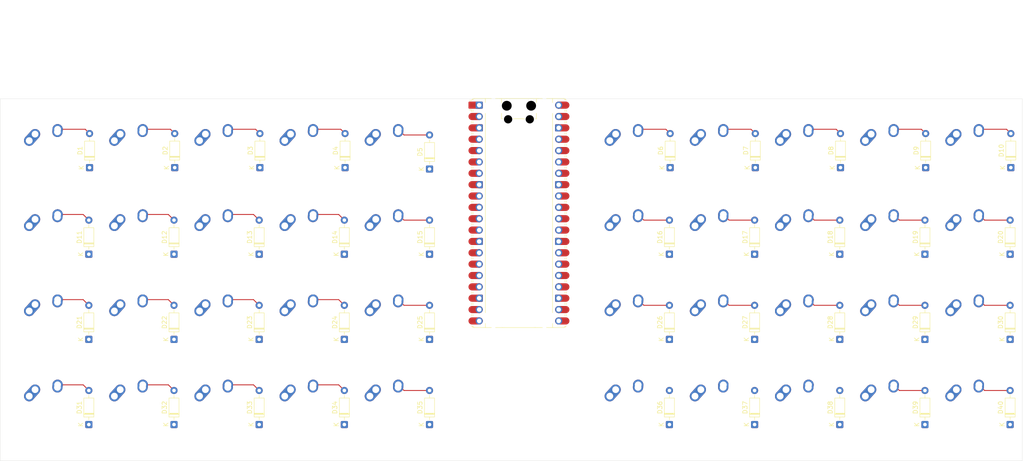
<source format=kicad_pcb>
(kicad_pcb (version 20241229) (generator "pcbnew") (generator_version "9.0")
  (layers (0 "F.Cu" signal) (2 "B.Cu" signal) (13 "F.Paste" user) (15 "B.Paste" user) (5 "F.SilkS" user "F.Silkscreen") (7 "B.SilkS" user "B.Silkscreen") (1 "F.Mask" user) (3 "B.Mask" user) (25 "Edge.Cuts" user))
  (net 0 "")
  (net 3 "/Col 7")
  (net 5 "/Col 8")
  (net 7 "/Row 3")
  (net 9 "Net-(A1-GND-Pad13)")
  (net 12 "/Row 1")
  (net 14 "/Col 1")
  (net 16 "/Col 5")
  (net 21 "/Row 2")
  (net 22 "/Col 2")
  (net 27 "/Col 9")
  (net 28 "/Col 3")
  (net 29 "/Col 0")
  (net 30 "/Col 6")
  (net 31 "/Col 4")
  (net 33 "/Row 0")
  (net 35 "Net-(D1-A)")
  (net 36 "Net-(D2-A)")
  (net 37 "Net-(D3-A)")
  (net 38 "Net-(D4-A)")
  (net 39 "Net-(D5-A)")
  (net 40 "Net-(D6-A)")
  (net 41 "Net-(D7-A)")
  (net 42 "Net-(D8-A)")
  (net 43 "Net-(D9-A)")
  (net 44 "Net-(D10-A)")
  (net 45 "Net-(D11-A)")
  (net 46 "Net-(D12-A)")
  (net 47 "Net-(D13-A)")
  (net 48 "Net-(D14-A)")
  (net 49 "Net-(D15-A)")
  (net 50 "Net-(D16-A)")
  (net 51 "Net-(D17-A)")
  (net 52 "Net-(D18-A)")
  (net 53 "Net-(D19-A)")
  (net 54 "Net-(D20-A)")
  (net 55 "Net-(D21-A)")
  (net 56 "Net-(D22-A)")
  (net 57 "Net-(D23-A)")
  (net 58 "Net-(D24-A)")
  (net 59 "Net-(D25-A)")
  (net 60 "Net-(D26-A)")
  (net 61 "Net-(D27-A)")
  (net 62 "Net-(D28-A)")
  (net 63 "Net-(D29-A)")
  (net 64 "Net-(D30-A)")
  (net 65 "Net-(D31-A)")
  (net 66 "Net-(D32-A)")
  (net 67 "Net-(D33-A)")
  (net 68 "Net-(D34-A)")
  (net 69 "Net-(D35-A)")
  (net 70 "Net-(D36-A)")
  (net 71 "Net-(D37-A)")
  (net 72 "Net-(D38-A)")
  (net 73 "Net-(D39-A)")
  (net 74 "Net-(D40-A)")
  (net 75 "Net-(MX18-Pad1)")
  (net 76 "Net-(MX19-Pad1)")
  (net 77 "Net-(MX10-Pad1)")
  (footprint "PCM_marbastlib-xp-alps:SW_Alps_MX_1u" (layer "F.Cu") (at 223.52 95.25)
    (property "Reference" "MX38" (hide yes))
    (property "Value" "MX_SW_solder" (hide yes))
  )
  (footprint "Diode_THT:D_DO-35_SOD27_P7.62mm_Horizontal" (layer "F.Cu") (at 84.1375 60.96 90)
    (property "Reference" "D12")
    (property "Value" "1N4148")
  )
  (footprint "Diode_THT:D_DO-35_SOD27_P7.62mm_Horizontal" (layer "F.Cu") (at 213.995 60.96 90)
    (property "Reference" "D17")
    (property "Value" "1N4148")
  )
  (footprint "PCM_marbastlib-xp-alps:SW_Alps_MX_1u" (layer "F.Cu") (at 223.52 57.15)
    (property "Reference" "MX18" (hide yes))
    (property "Value" "MX_SW_solder" (hide yes))
  )
  (footprint "Diode_THT:D_DO-35_SOD27_P7.62mm_Horizontal" (layer "F.Cu") (at 141.2875 41.91 90)
    (property "Reference" "D5")
    (property "Value" "1N4148")
  )
  (footprint "Diode_THT:D_DO-35_SOD27_P7.62mm_Horizontal" (layer "F.Cu") (at 271.145 99.06 90)
    (property "Reference" "D40")
    (property "Value" "1N4148")
  )
  (footprint "Diode_THT:D_DO-35_SOD27_P7.62mm_Horizontal" (layer "F.Cu") (at 141.2875 80.01 90)
    (property "Reference" "D25")
    (property "Value" "1N4148")
  )
  (footprint "PCM_marbastlib-xp-alps:SW_Alps_MX_1u" (layer "F.Cu") (at 55.5625 38.1)
    (property "Reference" "MX1" (hide yes))
    (property "Value" "MX_SW_solder" (hide yes))
  )
  (footprint "Diode_THT:D_DO-35_SOD27_P7.62mm_Horizontal" (layer "F.Cu") (at 122.39625 41.5925 90)
    (property "Reference" "D4")
    (property "Value" "1N4148")
  )
  (footprint "PCM_marbastlib-xp-alps:SW_Alps_MX_1u" (layer "F.Cu") (at 185.42 57.15)
    (property "Reference" "MX16" (hide yes))
    (property "Value" "MX_SW_solder" (hide yes))
  )
  (footprint "Diode_THT:D_DO-35_SOD27_P7.62mm_Horizontal" (layer "F.Cu") (at 271.145 80.01 90)
    (property "Reference" "D30")
    (property "Value" "1N4148")
  )
  (footprint "Diode_THT:D_DO-35_SOD27_P7.62mm_Horizontal" (layer "F.Cu") (at 141.2875 99.06 90)
    (property "Reference" "D35")
    (property "Value" "1N4148")
  )
  (footprint "PCM_marbastlib-xp-alps:SW_Alps_MX_1u" (layer "F.Cu") (at 131.7625 57.15)
    (property "Reference" "MX15" (hide yes))
    (property "Value" "MX_SW_solder" (hide yes))
  )
  (footprint "PCM_marbastlib-xp-alps:SW_Alps_MX_1u" (layer "F.Cu") (at 55.5625 76.2)
    (property "Reference" "MX21" (hide yes))
    (property "Value" "MX_SW_solder" (hide yes))
  )
  (footprint "Diode_THT:D_DO-35_SOD27_P7.62mm_Horizontal" (layer "F.Cu") (at 122.2375 99.06 90)
    (property "Reference" "D34")
    (property "Value" "1N4148")
  )
  (footprint "Diode_THT:D_DO-35_SOD27_P7.62mm_Horizontal" (layer "F.Cu") (at 122.2375 80.01 90)
    (property "Reference" "D24")
    (property "Value" "1N4148")
  )
  (footprint "Diode_THT:D_DO-35_SOD27_P7.62mm_Horizontal" (layer "F.Cu") (at 65.24625 41.5925 90)
    (property "Reference" "D1")
    (property "Value" "1N4148")
  )
  (footprint "PCM_marbastlib-xp-alps:SW_Alps_MX_1u" (layer "F.Cu") (at 74.6125 57.15)
    (property "Reference" "MX12" (hide yes))
    (property "Value" "MX_SW_solder" (hide yes))
  )
  (footprint "Diode_THT:D_DO-35_SOD27_P7.62mm_Horizontal" (layer "F.Cu") (at 141.2875 60.96 90)
    (property "Reference" "D15")
    (property "Value" "1N4148")
  )
  (footprint "Diode_THT:D_DO-35_SOD27_P7.62mm_Horizontal" (layer "F.Cu") (at 271.145 60.96 90)
    (property "Reference" "D20")
    (property "Value" "1N4148")
  )
  (footprint "PCM_marbastlib-xp-alps:SW_Alps_MX_1u" (layer "F.Cu") (at 261.62 57.15)
    (property "Reference" "MX20" (hide yes))
    (property "Value" "MX_SW_solder" (hide yes))
  )
  (footprint "PCM_marbastlib-xp-alps:SW_Alps_MX_1u" (layer "F.Cu") (at 204.47 57.15)
    (property "Reference" "MX17" (hide yes))
    (property "Value" "MX_SW_solder" (hide yes))
  )
  (footprint "PCM_marbastlib-xp-alps:SW_Alps_MX_1u" (layer "F.Cu") (at 112.7125 95.25)
    (property "Reference" "MX34" (hide yes))
    (property "Value" "MX_SW_solder" (hide yes))
  )
  (footprint "PCM_marbastlib-xp-alps:SW_Alps_MX_1u" (layer "F.Cu") (at 55.5625 57.15)
    (property "Reference" "MX11" (hide yes))
    (property "Value" "MX_SW_solder" (hide yes))
  )
  (footprint "Diode_THT:D_DO-35_SOD27_P7.62mm_Horizontal" (layer "F.Cu") (at 103.34625 41.5925 90)
    (property "Reference" "D3")
    (property "Value" "1N4148")
  )
  (footprint "Diode_THT:D_DO-35_SOD27_P7.62mm_Horizontal" (layer "F.Cu") (at 214.15375 41.5925 90)
    (property "Reference" "D7")
    (property "Value" "1N4148")
  )
  (footprint "PCM_marbastlib-xp-alps:SW_Alps_MX_1u" (layer "F.Cu") (at 131.7625 95.25)
    (property "Reference" "MX35" (hide yes))
    (property "Value" "MX_SW_solder" (hide yes))
  )
  (footprint "PCM_marbastlib-xp-alps:SW_Alps_MX_1u" (layer "F.Cu") (at 185.42 76.2)
    (property "Reference" "MX26" (hide yes))
    (property "Value" "MX_SW_solder" (hide yes))
  )
  (footprint "PCM_marbastlib-xp-alps:SW_Alps_MX_1u" (layer "F.Cu") (at 185.42 95.25)
    (property "Reference" "MX36" (hide yes))
    (property "Value" "MX_SW_solder" (hide yes))
  )
  (footprint "Diode_THT:D_DO-35_SOD27_P7.62mm_Horizontal" (layer "F.Cu") (at 213.995 80.01 90)
    (property "Reference" "D27")
    (property "Value" "1N4148")
  )
  (footprint "PCM_marbastlib-xp-alps:SW_Alps_MX_1u" (layer "F.Cu") (at 204.47 76.2)
    (property "Reference" "MX27" (hide yes))
    (property "Value" "MX_SW_solder" (hide yes))
  )
  (footprint "PCM_marbastlib-xp-alps:SW_Alps_MX_1u" (layer "F.Cu") (at 242.57 38.1)
    (property "Reference" "MX9" (hide yes))
    (property "Value" "MX_SW_solder" (hide yes))
  )
  (footprint "Diode_THT:D_DO-35_SOD27_P7.62mm_Horizontal" (layer "F.Cu") (at 65.0875 60.96 90)
    (property "Reference" "D11")
    (property "Value" "1N4148")
  )
  (footprint "PCM_marbastlib-xp-alps:SW_Alps_MX_1u" (layer "F.Cu") (at 204.47 38.1)
    (property "Reference" "MX7" (hide yes))
    (property "Value" "MX_SW_solder" (hide yes))
  )
  (footprint "Diode_THT:D_DO-35_SOD27_P7.62mm_Horizontal" (layer "F.Cu") (at 65.0875 99.06 90)
    (property "Reference" "D31")
    (property "Value" "1N4148")
  )
  (footprint "Diode_THT:D_DO-35_SOD27_P7.62mm_Horizontal" (layer "F.Cu") (at 103.1875 99.06 90)
    (property "Reference" "D33")
    (property "Value" "1N4148")
  )
  (footprint "Diode_THT:D_DO-35_SOD27_P7.62mm_Horizontal" (layer "F.Cu") (at 213.995 99.06 90)
    (property "Reference" "D37")
    (property "Value" "1N4148")
  )
  (footprint "PCM_marbastlib-xp-alps:SW_Alps_MX_1u" (layer "F.Cu") (at 204.47 95.25)
    (property "Reference" "MX37" (hide yes))
    (property "Value" "MX_SW_solder" (hide yes))
  )
  (footprint "PCM_marbastlib-xp-alps:SW_Alps_MX_1u" (layer "F.Cu") (at 261.62 38.1)
    (property "Reference" "MX10" (hide yes))
    (property "Value" "MX_SW_solder" (hide yes))
  )
  (footprint "PCM_marbastlib-xp-alps:SW_Alps_MX_1u" (layer "F.Cu") (at 55.5625 95.25)
    (property "Reference" "MX31" (hide yes))
    (property "Value" "MX_SW_solder" (hide yes))
  )
  (footprint "PCM_marbastlib-xp-alps:SW_Alps_MX_1u" (layer "F.Cu") (at 74.6125 76.2)
    (property "Reference" "MX22" (hide yes))
    (property "Value" "MX_SW_solder" (hide yes))
  )
  (footprint "PCM_marbastlib-xp-alps:SW_Alps_MX_1u" (layer "F.Cu") (at 93.6625 38.1)
    (property "Reference" "MX3" (hide yes))
    (property "Value" "MX_SW_solder" (hide yes))
  )
  (footprint "Diode_THT:D_DO-35_SOD27_P7.62mm_Horizontal" (layer "F.Cu") (at 271.30375 41.5925 90)
    (property "Reference" "D10")
    (property "Value" "1N4148")
  )
  (footprint "Diode_THT:D_DO-35_SOD27_P7.62mm_Horizontal" (layer "F.Cu") (at 103.1875 60.96 90)
    (property "Reference" "D13")
    (property "Value" "1N4148")
  )
  (footprint "Diode_THT:D_DO-35_SOD27_P7.62mm_Horizontal" (layer "F.Cu") (at 252.095 60.96 90)
    (property "Reference" "D19")
    (property "Value" "1N4148")
  )
  (footprint "Diode_THT:D_DO-35_SOD27_P7.62mm_Horizontal" (layer "F.Cu") (at 252.25375 41.5925 90)
    (property "Reference" "D9")
    (property "Value" "1N4148")
  )
  (footprint "Diode_THT:D_DO-35_SOD27_P7.62mm_Horizontal" (layer "F.Cu") (at 233.045 60.96 90)
    (property "Reference" "D18")
    (property "Value" "1N4148")
  )
  (footprint "PCM_marbastlib-xp-alps:SW_Alps_MX_1u" (layer "F.Cu") (at 223.52 38.1)
    (property "Reference" "MX8" (hide yes))
    (property "Value" "MX_SW_solder" (hide yes))
  )
  (footprint "Diode_THT:D_DO-35_SOD27_P7.62mm_Horizontal" (layer "F.Cu") (at 252.095 99.06 90)
    (property "Reference" "D39")
    (property "Value" "1N4148")
  )
  (footprint "PCM_marbastlib-xp-alps:SW_Alps_MX_1u" (layer "F.Cu") (at 185.42 38.1)
    (property "Reference" "MX6" (hide yes))
    (property "Value" "MX_SW_solder" (hide yes))
  )
  (footprint "Diode_THT:D_DO-35_SOD27_P7.62mm_Horizontal" (layer "F.Cu") (at 194.945 80.01 90)
    (property "Reference" "D26")
    (property "Value" "1N4148")
  )
  (footprint "PCM_marbastlib-xp-alps:SW_Alps_MX_1u" (layer "F.Cu") (at 74.6125 95.25)
    (property "Reference" "MX32" (hide yes))
    (property "Value" "MX_SW_solder" (hide yes))
  )
  (footprint "Diode_THT:D_DO-35_SOD27_P7.62mm_Horizontal" (layer "F.Cu") (at 233.045 80.01 90)
    (property "Reference" "D28")
    (property "Value" "1N4148")
  )
  (footprint "PCM_marbastlib-xp-alps:SW_Alps_MX_1u" (layer "F.Cu") (at 131.7625 38.1)
    (property "Reference" "MX5" (hide yes))
    (property "Value" "MX_SW_solder" (hide yes))
  )
  (footprint "PCM_marbastlib-xp-alps:SW_Alps_MX_1u" (layer "F.Cu") (at 261.62 95.25)
    (property "Reference" "MX40" (hide yes))
    (property "Value" "MX_SW_solder" (hide yes))
  )
  (footprint "Diode_THT:D_DO-35_SOD27_P7.62mm_Horizontal" (layer "F.Cu") (at 195.10375 41.5925 90)
    (property "Reference" "D6")
    (property "Value" "1N4148")
  )
  (footprint "PCM_marbastlib-xp-alps:SW_Alps_MX_1u" (layer "F.Cu") (at 74.6125 38.1)
    (property "Reference" "MX2" (hide yes))
    (property "Value" "MX_SW_solder" (hide yes))
  )
  (footprint "PCM_marbastlib-xp-alps:SW_Alps_MX_1u" (layer "F.Cu") (at 112.7125 57.15)
    (property "Reference" "MX14" (hide yes))
    (property "Value" "MX_SW_solder" (hide yes))
  )
  (footprint "PCM_marbastlib-xp-alps:SW_Alps_MX_1u" (layer "F.Cu") (at 112.7125 76.2)
    (property "Reference" "MX24" (hide yes))
    (property "Value" "MX_SW_solder" (hide yes))
  )
  (footprint "PCM_marbastlib-xp-alps:SW_Alps_MX_1u" (layer "F.Cu") (at 223.52 76.2)
    (property "Reference" "MX28" (hide yes))
    (property "Value" "MX_SW_solder" (hide yes))
  )
  (footprint "Diode_THT:D_DO-35_SOD27_P7.62mm_Horizontal" (layer "F.Cu") (at 194.945 99.06 90)
    (property "Reference" "D36")
    (property "Value" "1N4148")
  )
  (footprint "Diode_THT:D_DO-35_SOD27_P7.62mm_Horizontal" (layer "F.Cu") (at 84.1375 80.01 90)
    (property "Reference" "D22")
    (property "Value" "1N4148")
  )
  (footprint "PCM_marbastlib-xp-alps:SW_Alps_MX_1u" (layer "F.Cu") (at 261.62 76.2)
    (property "Reference" "MX30" (hide yes))
    (property "Value" "MX_SW_solder" (hide yes))
  )
  (footprint "Diode_THT:D_DO-35_SOD27_P7.62mm_Horizontal" (layer "F.Cu") (at 252.095 80.01 90)
    (property "Reference" "D29")
    (property "Value" "1N4148")
  )
  (footprint "PCM_marbastlib-xp-alps:SW_Alps_MX_1u" (layer "F.Cu") (at 242.57 76.2)
    (property "Reference" "MX29" (hide yes))
    (property "Value" "MX_SW_solder" (hide yes))
  )
  (footprint "Diode_THT:D_DO-35_SOD27_P7.62mm_Horizontal" (layer "F.Cu") (at 65.0875 80.01 90)
    (property "Reference" "D21")
    (property "Value" "1N4148")
  )
  (footprint "Diode_THT:D_DO-35_SOD27_P7.62mm_Horizontal" (layer "F.Cu") (at 233.045 99.06 90)
    (property "Reference" "D38")
    (property "Value" "1N4148")
  )
  (footprint "PCM_marbastlib-xp-alps:SW_Alps_MX_1u" (layer "F.Cu") (at 112.7125 38.1)
    (property "Reference" "MX4" (hide yes))
    (property "Value" "MX_SW_solder" (hide yes))
  )
  (footprint "PCM_marbastlib-xp-alps:SW_Alps_MX_1u" (layer "F.Cu") (at 93.6625 57.15)
    (property "Reference" "MX13" (hide yes))
    (property "Value" "MX_SW_solder" (hide yes))
  )
  (footprint "PCM_marbastlib-xp-alps:SW_Alps_MX_1u" (layer "F.Cu") (at 242.57 95.25)
    (property "Reference" "MX39" (hide yes))
    (property "Value" "MX_SW_solder" (hide yes))
  )
  (footprint "Diode_THT:D_DO-35_SOD27_P7.62mm_Horizontal" (layer "F.Cu") (at 194.945 60.96 90)
    (property "Reference" "D16")
    (property "Value" "1N4148")
  )
  (footprint "Diode_THT:D_DO-35_SOD27_P7.62mm_Horizontal" (layer "F.Cu") (at 122.2375 60.96 90)
    (property "Reference" "D14")
    (property "Value" "1N4148")
  )
  (footprint "PCM_marbastlib-xp-alps:SW_Alps_MX_1u" (layer "F.Cu") (at 131.7625 76.2)
    (property "Reference" "MX25" (hide yes))
    (property "Value" "MX_SW_solder" (hide yes))
  )
  (footprint "PCM_marbastlib-xp-alps:SW_Alps_MX_1u" (layer "F.Cu") (at 93.6625 76.2)
    (property "Reference" "MX23" (hide yes))
    (property "Value" "MX_SW_solder" (hide yes))
  )
  (footprint "PCM_marbastlib-xp-alps:SW_Alps_MX_1u" (layer "F.Cu") (at 93.6625 95.25)
    (property "Reference" "MX33" (hide yes))
    (property "Value" "MX_SW_solder" (hide yes))
  )
  (footprint "PCM_marbastlib-xp-alps:SW_Alps_MX_1u" (layer "F.Cu") (at 242.57 57.15)
    (property "Reference" "MX19" (hide yes))
    (property "Value" "MX_SW_solder" (hide yes))
  )
  (footprint "Diode_THT:D_DO-35_SOD27_P7.62mm_Horizontal" (layer "F.Cu") (at 84.29625 41.5925 90)
    (property "Reference" "D2")
    (property "Value" "1N4148")
  )
  (footprint "Diode_THT:D_DO-35_SOD27_P7.62mm_Horizontal" (layer "F.Cu") (at 103.1875 80.01 90)
    (property "Reference" "D23")
    (property "Value" "1N4148")
  )
  (footprint "Diode_THT:D_DO-35_SOD27_P7.62mm_Horizontal" (layer "F.Cu") (at 233.20375 41.5925 90)
    (property "Reference" "D8")
    (property "Value" "1N4148")
  )
  (footprint "Module:RaspberryPi_Pico_Common_Unspecified" (layer "F.Cu") (at 161.29 51.7525)
    (property "Reference" "A1" (hide yes))
    (property "Value" "RaspberryPi_Pico")
  )
  (footprint "Diode_THT:D_DO-35_SOD27_P7.62mm_Horizontal" (layer "F.Cu") (at 84.1375 99.06 90)
    (property "Reference" "D32")
    (property "Value" "1N4148")
  )
  (gr_line (start 45.24375 26.19375) (end 273.84375 26.19375) (stroke (width 0.05)) (layer "Edge.Cuts"))
  (gr_line (start 273.84375 26.19375) (end 273.84375 28.575) (stroke (width 0.05)) (layer "Edge.Cuts"))
  (gr_line (start 273.84375 107.15625) (end 45.24375 107.15625) (stroke (width 0.05)) (layer "Edge.Cuts"))
  (gr_line (start 45.24375 107.15625) (end 45.24375 26.19375) (stroke (width 0.05)) (layer "Edge.Cuts"))
  (gr_line (start 273.84375 28.575) (end 273.84375 107.15625) (stroke (width 0.05)) (layer "Edge.Cuts"))
  (segment (start 58.1025 33.02) (end 64.29375 33.02) (width 0.2) (layer "F.Cu") (net 35))
  (segment (start 64.29375 33.02) (end 65.24625 33.9725) (width 0.2) (layer "F.Cu") (net 35))
  (segment (start 83.34375 33.02) (end 84.29625 33.9725) (width 0.2) (layer "F.Cu") (net 36))
  (segment (start 77.1525 33.02) (end 83.34375 33.02) (width 0.2) (layer "F.Cu") (net 36))
  (segment (start 96.2025 33.02) (end 102.39375 33.02) (width 0.2) (layer "F.Cu") (net 37))
  (segment (start 102.39375 33.02) (end 103.34625 33.9725) (width 0.2) (layer "F.Cu") (net 37))
  (segment (start 121.44375 33.02) (end 122.39625 33.9725) (width 0.2) (layer "F.Cu") (net 38))
  (segment (start 115.2525 33.02) (end 121.44375 33.02) (width 0.2) (layer "F.Cu") (net 38))
  (segment (start 135.5725 34.29) (end 141.2875 34.29) (width 0.2) (layer "F.Cu") (net 39))
  (segment (start 134.3025 33.02) (end 135.5725 34.29) (width 0.2) (layer "F.Cu") (net 39))
  (segment (start 187.96 33.02) (end 194.15125 33.02) (width 0.2) (layer "F.Cu") (net 40))
  (segment (start 194.15125 33.02) (end 195.10375 33.9725) (width 0.2) (layer "F.Cu") (net 40))
  (segment (start 213.20125 33.02) (end 214.15375 33.9725) (width 0.2) (layer "F.Cu") (net 41))
  (segment (start 207.01 33.02) (end 213.20125 33.02) (width 0.2) (layer "F.Cu") (net 41))
  (segment (start 226.06 33.02) (end 232.25125 33.02) (width 0.2) (layer "F.Cu") (net 42))
  (segment (start 232.25125 33.02) (end 233.20375 33.9725) (width 0.2) (layer "F.Cu") (net 42))
  (segment (start 245.11 33.02) (end 251.30125 33.02) (width 0.2) (layer "F.Cu") (net 43))
  (segment (start 251.30125 33.02) (end 252.25375 33.9725) (width 0.2) (layer "F.Cu") (net 43))
  (segment (start 270.35125 33.02) (end 271.30375 33.9725) (width 0.2) (layer "F.Cu") (net 44))
  (segment (start 264.16 33.02) (end 270.35125 33.02) (width 0.2) (layer "F.Cu") (net 44))
  (segment (start 58.1025 52.07) (end 63.8175 52.07) (width 0.2) (layer "F.Cu") (net 45))
  (segment (start 63.8175 52.07) (end 65.0875 53.34) (width 0.2) (layer "F.Cu") (net 45))
  (segment (start 82.8675 52.07) (end 84.1375 53.34) (width 0.2) (layer "F.Cu") (net 46))
  (segment (start 77.1525 52.07) (end 82.8675 52.07) (width 0.2) (layer "F.Cu") (net 46))
  (segment (start 101.9175 52.07) (end 103.1875 53.34) (width 0.2) (layer "F.Cu") (net 47))
  (segment (start 96.2025 52.07) (end 101.9175 52.07) (width 0.2) (layer "F.Cu") (net 47))
  (segment (start 115.2525 52.07) (end 120.9675 52.07) (width 0.2) (layer "F.Cu") (net 48))
  (segment (start 120.9675 52.07) (end 122.2375 53.34) (width 0.2) (layer "F.Cu") (net 48))
  (segment (start 135.5725 53.34) (end 141.2875 53.34) (width 0.2) (layer "F.Cu") (net 49))
  (segment (start 134.3025 52.07) (end 135.5725 53.34) (width 0.2) (layer "F.Cu") (net 49))
  (segment (start 189.23 53.34) (end 194.945 53.34) (width 0.2) (layer "F.Cu") (net 50))
  (segment (start 187.96 52.07) (end 189.23 53.34) (width 0.2) (layer "F.Cu") (net 50))
  (segment (start 208.28 53.34) (end 213.995 53.34) (width 0.2) (layer "F.Cu") (net 51))
  (segment (start 207.01 52.07) (end 208.28 53.34) (width 0.2) (layer "F.Cu") (net 51))
  (segment (start 226.06 52.07) (end 227.33 53.34) (width 0.2) (layer "F.Cu") (net 52))
  (segment (start 227.33 53.34) (end 233.045 53.34) (width 0.2) (layer "F.Cu") (net 52))
  (segment (start 245.11 52.07) (end 246.38 53.34) (width 0.2) (layer "F.Cu") (net 53))
  (segment (start 246.38 53.34) (end 252.095 53.34) (width 0.2) (layer "F.Cu") (net 53))
  (segment (start 264.16 52.07) (end 265.43 53.34) (width 0.2) (layer "F.Cu") (net 54))
  (segment (start 265.43 53.34) (end 271.145 53.34) (width 0.2) (layer "F.Cu") (net 54))
  (segment (start 58.1025 71.12) (end 63.8175 71.12) (width 0.2) (layer "F.Cu") (net 55))
  (segment (start 63.8175 71.12) (end 65.0875 72.39) (width 0.2) (layer "F.Cu") (net 55))
  (segment (start 77.1525 71.12) (end 82.8675 71.12) (width 0.2) (layer "F.Cu") (net 56))
  (segment (start 82.8675 71.12) (end 84.1375 72.39) (width 0.2) (layer "F.Cu") (net 56))
  (segment (start 101.9175 71.12) (end 103.1875 72.39) (width 0.2) (layer "F.Cu") (net 57))
  (segment (start 96.2025 71.12) (end 101.9175 71.12) (width 0.2) (layer "F.Cu") (net 57))
  (segment (start 115.2525 71.12) (end 120.9675 71.12) (width 0.2) (layer "F.Cu") (net 58))
  (segment (start 120.9675 71.12) (end 122.2375 72.39) (width 0.2) (layer "F.Cu") (net 58))
  (segment (start 135.5725 72.39) (end 141.2875 72.39) (width 0.2) (layer "F.Cu") (net 59))
  (segment (start 134.3025 71.12) (end 135.5725 72.39) (width 0.2) (layer "F.Cu") (net 59))
  (segment (start 187.96 71.12) (end 189.23 72.39) (width 0.2) (layer "F.Cu") (net 60))
  (segment (start 189.23 72.39) (end 194.945 72.39) (width 0.2) (layer "F.Cu") (net 60))
  (segment (start 208.28 72.39) (end 213.995 72.39) (width 0.2) (layer "F.Cu") (net 61))
  (segment (start 207.01 71.12) (end 208.28 72.39) (width 0.2) (layer "F.Cu") (net 61))
  (segment (start 226.06 71.12) (end 227.33 72.39) (width 0.2) (layer "F.Cu") (net 62))
  (segment (start 227.33 72.39) (end 233.045 72.39) (width 0.2) (layer "F.Cu") (net 62))
  (segment (start 246.38 72.39) (end 252.095 72.39) (width 0.2) (layer "F.Cu") (net 63))
  (segment (start 245.11 71.12) (end 246.38 72.39) (width 0.2) (layer "F.Cu") (net 63))
  (segment (start 265.43 72.39) (end 271.145 72.39) (width 0.2) (layer "F.Cu") (net 64))
  (segment (start 264.16 71.12) (end 265.43 72.39) (width 0.2) (layer "F.Cu") (net 64))
  (segment (start 63.8175 90.17) (end 65.0875 91.44) (width 0.2) (layer "F.Cu") (net 65))
  (segment (start 58.1025 90.17) (end 63.8175 90.17) (width 0.2) (layer "F.Cu") (net 65))
  (segment (start 82.8675 90.17) (end 84.1375 91.44) (width 0.2) (layer "F.Cu") (net 66))
  (segment (start 77.1525 90.17) (end 82.8675 90.17) (width 0.2) (layer "F.Cu") (net 66))
  (segment (start 101.9175 90.17) (end 103.1875 91.44) (width 0.2) (layer "F.Cu") (net 67))
  (segment (start 96.2025 90.17) (end 101.9175 90.17) (width 0.2) (layer "F.Cu") (net 67))
  (segment (start 120.9675 90.17) (end 122.2375 91.44) (width 0.2) (layer "F.Cu") (net 68))
  (segment (start 115.2525 90.17) (end 120.9675 90.17) (width 0.2) (layer "F.Cu") (net 68))
  (segment (start 135.5725 91.44) (end 141.2875 91.44) (width 0.2) (layer "F.Cu") (net 69))
  (segment (start 134.3025 90.17) (end 135.5725 91.44) (width 0.2) (layer "F.Cu") (net 69))
  (segment (start 246.38 91.44) (end 252.095 91.44) (width 0.2) (layer "F.Cu") (net 73))
  (segment (start 245.11 90.17) (end 246.38 91.44) (width 0.2) (layer "F.Cu") (net 73))
  (segment (start 264.16 90.17) (end 265.43 91.44) (width 0.2) (layer "F.Cu") (net 74))
  (segment (start 265.43 91.44) (end 271.145 91.44) (width 0.2) (layer "F.Cu") (net 74))
)
</source>
